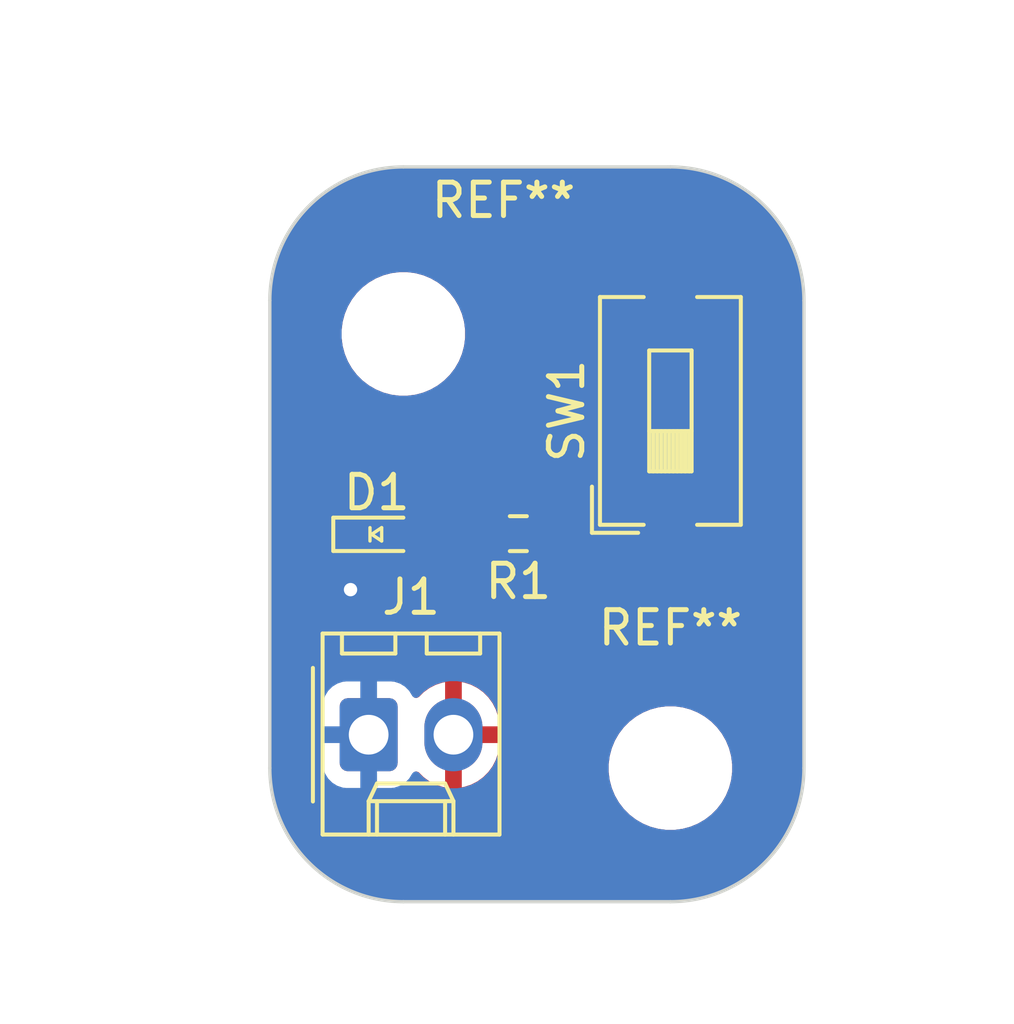
<source format=kicad_pcb>
(kicad_pcb (version 20240108) (generator "pcbnew") (generator_version "8.0")
  (title_block (title "LED  Project") (date "2022-08-16") (rev "0.0") (company "Illini Solar Car") (comment 1 "Designed By: Aditi Ashwin"))
  (layers (0 "F.Cu" signal) (31 "B.Cu" signal) (34 "B.Paste" user) (35 "F.Paste" user) (36 "B.SilkS" user "B.Silkscreen") (37 "F.SilkS" user "F.Silkscreen") (38 "B.Mask" user) (39 "F.Mask" user) (44 "Edge.Cuts" user))
  (net 0 "")
  (net 1 "Net-(D1-A)")
  (net 2 "GND")
  (net 3 "Net-(R1-Pad1)")
  (net 4 "+3V3")
  (footprint "MountingHole:MountingHole_3.2mm_M3" (layer "F.Cu") (at 63 61)
    (property "Reference" "REF**" (at 3 -4 0) (layer "F.SilkS"))
    (property "Value" "MountingHole_3.2mm_M3" (hide yes))
    (pad "" np_thru_hole circle (at 0 0) (size 3.2 3.2) (drill 3.2) (layers "*.Cu" "*.Mask"))
  )
  (footprint "Button_Switch_SMD:SW_DIP_SPSTx01_Slide_6.7x4.1mm_W8.61mm_P2.54mm_LowProfile" (layer "F.Cu") (at 71 63.305 90)
    (property "Reference" "SW1" (at 0 -3.11 90) (layer "F.SilkS"))
    (property "Value" "SW_Push" (hide yes))
    (fp_line (start -3.65 -2.35) (end -2.267 -2.35) (stroke (width 0.12)) (layer "F.SilkS"))
    (fp_line (start -3.65 -2.35) (end -3.65 -0.967) (stroke (width 0.12)) (layer "F.SilkS"))
    (fp_line (start 3.41 -2.11) (end 3.41 -0.8) (stroke (width 0.12)) (layer "F.SilkS"))
    (fp_line (start -3.41 -2.11) (end 3.41 -2.11) (stroke (width 0.12)) (layer "F.SilkS"))
    (fp_line (start -3.41 -2.11) (end -3.41 -0.8) (stroke (width 0.12)) (layer "F.SilkS"))
    (fp_line (start 1.81 -0.635) (end -1.81 -0.635) (stroke (width 0.12)) (layer "F.SilkS"))
    (fp_line (start -0.603333 -0.635) (end -0.603333 0.635) (stroke (width 0.12)) (layer "F.SilkS"))
    (fp_line (start -1.81 -0.635) (end -1.81 0.635) (stroke (width 0.12)) (layer "F.SilkS"))
    (fp_line (start -1.81 -0.515) (end -0.603333 -0.515) (stroke (width 0.12)) (layer "F.SilkS"))
    (fp_line (start -1.81 -0.395) (end -0.603333 -0.395) (stroke (width 0.12)) (layer "F.SilkS"))
    (fp_line (start -1.81 -0.275) (end -0.603333 -0.275) (stroke (width 0.12)) (layer "F.SilkS"))
    (fp_line (start -1.81 -0.155) (end -0.603333 -0.155) (stroke (width 0.12)) (layer "F.SilkS"))
    (fp_line (start -1.81 -0.035) (end -0.603333 -0.035) (stroke (width 0.12)) (layer "F.SilkS"))
    (fp_line (start -1.81 0.085) (end -0.603333 0.085) (stroke (width 0.12)) (layer "F.SilkS"))
    (fp_line (start -1.81 0.205) (end -0.603333 0.205) (stroke (width 0.12)) (layer "F.SilkS"))
    (fp_line (start -1.81 0.325) (end -0.603333 0.325) (stroke (width 0.12)) (layer "F.SilkS"))
    (fp_line (start -1.81 0.445) (end -0.603333 0.445) (stroke (width 0.12)) (layer "F.SilkS"))
    (fp_line (start -1.81 0.565) (end -0.603333 0.565) (stroke (width 0.12)) (layer "F.SilkS"))
    (fp_line (start 1.81 0.635) (end 1.81 -0.635) (stroke (width 0.12)) (layer "F.SilkS"))
    (fp_line (start -1.81 0.635) (end 1.81 0.635) (stroke (width 0.12)) (layer "F.SilkS"))
    (fp_line (start 3.41 0.8) (end 3.41 2.11) (stroke (width 0.12)) (layer "F.SilkS"))
    (fp_line (start -3.41 0.8) (end -3.41 2.11) (stroke (width 0.12)) (layer "F.SilkS"))
    (fp_line (start -3.41 2.11) (end 3.41 2.11) (stroke (width 0.12)) (layer "F.SilkS"))
    (pad "1" smd rect (at -4.305 0 90) (size 2.44 1.12) (layers "F.Cu" "F.Paste" "F.Mask") (net 4 "+3V3"))
    (pad "2" smd rect (at 4.305 0 90) (size 2.44 1.12) (layers "F.Cu" "F.Paste" "F.Mask") (net 3 "Net-(R1-Pad1)"))
  )
  (footprint "Resistor_SMD:R_0603_1608Metric_Pad0.98x0.95mm_HandSolder" (layer "F.Cu") (at 66.4445 66.9798 180)
    (property "Reference" "R1" (at 0 -1.43 360) (layer "F.SilkS"))
    (property "Value" "105" (hide yes))
    (fp_line (start -0.254724 0.5225) (end 0.254724 0.5225) (stroke (width 0.12)) (layer "F.SilkS"))
    (fp_line (start -0.254724 -0.5225) (end 0.254724 -0.5225) (stroke (width 0.12)) (layer "F.SilkS"))
    (pad "1" smd roundrect (at -0.9125 0 180) (size 0.975 0.95) (layers "F.Cu" "F.Paste" "F.Mask") (net 3 "Net-(R1-Pad1)"))
    (pad "2" smd roundrect (at 0.9125 0 180) (size 0.975 0.95) (layers "F.Cu" "F.Paste" "F.Mask") (net 1 "Net-(D1-A)"))
  )
  (footprint "layout:LED_0603_Symbol_on_F.SilkS" (layer "F.Cu") (at 62.2 67)
    (property "Reference" "D1" (at 0 -1.25 0) (layer "F.SilkS"))
    (property "Value" "LED_RED" (hide yes))
    (fp_line (start -1.3 -0.5) (end -1.3 0.5) (stroke (width 0.12)) (layer "F.SilkS"))
    (fp_line (start -1.3 -0.5) (end 0.8 -0.5) (stroke (width 0.12)) (layer "F.SilkS"))
    (fp_line (start -1.3 0.5) (end 0.8 0.5) (stroke (width 0.12)) (layer "F.SilkS"))
    (fp_line (start -0.2 -0.2) (end -0.2 0.2) (stroke (width 0.1)) (layer "F.SilkS"))
    (fp_line (start -0.15 0) (end 0.15 -0.2) (stroke (width 0.1)) (layer "F.SilkS"))
    (fp_line (start 0.15 -0.2) (end 0.15 0.2) (stroke (width 0.1)) (layer "F.SilkS"))
    (fp_line (start 0.15 0.2) (end -0.15 0) (stroke (width 0.1)) (layer "F.SilkS"))
    (pad "1" smd rect (at -0.8 0 180) (size 0.8 0.8) (layers "F.Cu" "F.Paste" "F.Mask") (net 2 "GND"))
    (pad "2" smd rect (at 0.8 0 180) (size 0.8 0.8) (layers "F.Cu" "F.Paste" "F.Mask") (net 1 "Net-(D1-A)"))
  )
  (footprint "Connector_Molex:Molex_KK-254_AE-6410-02A_1x02_P2.54mm_Vertical" (layer "F.Cu") (at 61.96 73)
    (property "Reference" "J1" (at 1.27 -4.12 0) (layer "F.SilkS"))
    (property "Value" "Conn_01x02" (hide yes))
    (fp_line (start -1.67 -2) (end -1.67 2) (stroke (width 0.12)) (layer "F.SilkS"))
    (fp_line (start -1.38 -3.03) (end -1.38 2.99) (stroke (width 0.12)) (layer "F.SilkS"))
    (fp_line (start -1.38 2.99) (end 3.92 2.99) (stroke (width 0.12)) (layer "F.SilkS"))
    (fp_line (start -0.8 -3.03) (end -0.8 -2.43) (stroke (width 0.12)) (layer "F.SilkS"))
    (fp_line (start -0.8 -2.43) (end 0.8 -2.43) (stroke (width 0.12)) (layer "F.SilkS"))
    (fp_line (start 0 1.99) (end 0.25 1.46) (stroke (width 0.12)) (layer "F.SilkS"))
    (fp_line (start 0 1.99) (end 2.54 1.99) (stroke (width 0.12)) (layer "F.SilkS"))
    (fp_line (start 0 2.99) (end 0 1.99) (stroke (width 0.12)) (layer "F.SilkS"))
    (fp_line (start 0.25 1.46) (end 2.29 1.46) (stroke (width 0.12)) (layer "F.SilkS"))
    (fp_line (start 0.25 2.99) (end 0.25 1.99) (stroke (width 0.12)) (layer "F.SilkS"))
    (fp_line (start 0.8 -2.43) (end 0.8 -3.03) (stroke (width 0.12)) (layer "F.SilkS"))
    (fp_line (start 1.74 -3.03) (end 1.74 -2.43) (stroke (width 0.12)) (layer "F.SilkS"))
    (fp_line (start 1.74 -2.43) (end 3.34 -2.43) (stroke (width 0.12)) (layer "F.SilkS"))
    (fp_line (start 2.29 1.46) (end 2.54 1.99) (stroke (width 0.12)) (layer "F.SilkS"))
    (fp_line (start 2.29 2.99) (end 2.29 1.99) (stroke (width 0.12)) (layer "F.SilkS"))
    (fp_line (start 2.54 1.99) (end 2.54 2.99) (stroke (width 0.12)) (layer "F.SilkS"))
    (fp_line (start 3.34 -2.43) (end 3.34 -3.03) (stroke (width 0.12)) (layer "F.SilkS"))
    (fp_line (start 3.92 -3.03) (end -1.38 -3.03) (stroke (width 0.12)) (layer "F.SilkS"))
    (fp_line (start 3.92 2.99) (end 3.92 -3.03) (stroke (width 0.12)) (layer "F.SilkS"))
    (pad "1" thru_hole roundrect (at 0 0) (size 1.74 2.19) (drill 1.19) (layers "*.Cu" "*.Mask") (roundrect_rratio 0.143678) (net 2 "GND"))
    (pad "2" thru_hole oval (at 2.54 0) (size 1.74 2.19) (drill 1.19) (layers "*.Cu" "*.Mask") (net 4 "+3V3"))
  )
  (footprint "MountingHole:MountingHole_3.2mm_M3" (layer "F.Cu") (at 71 74)
    (property "Reference" "REF**" (at 0 -4.2 0) (layer "F.SilkS"))
    (property "Value" "MountingHole_3.2mm_M3" (hide yes))
    (pad "" np_thru_hole circle (at 0 0) (size 3.2 3.2) (drill 3.2) (layers "*.Cu" "*.Mask"))
  )
  (gr_line (start 75 60) (end 75 74) (stroke (width 0.1)) (layer "Edge.Cuts"))
  (gr_arc (start 75 74) (mid 73.828427 76.828427) (end 71 78) (stroke (width 0.1)) (layer "Edge.Cuts"))
  (gr_line (start 59 60) (end 59 74) (stroke (width 0.1)) (layer "Edge.Cuts"))
  (gr_arc (start 71 56) (mid 73.828427 57.171573) (end 75 60) (stroke (width 0.1)) (layer "Edge.Cuts"))
  (gr_line (start 63 56) (end 71 56) (stroke (width 0.1)) (layer "Edge.Cuts"))
  (gr_line (start 63 78) (end 71 78) (stroke (width 0.1)) (layer "Edge.Cuts"))
  (gr_arc (start 59 60) (mid 60.171573 57.171573) (end 63 56) (stroke (width 0.1)) (layer "Edge.Cuts"))
  (gr_arc (start 63 78) (mid 60.171573 76.828427) (end 59 74) (stroke (width 0.1)) (layer "Edge.Cuts"))
  (segment (start 63 67) (end 65.5118 67) (width 0.25) (layer "F.Cu") (net 1))
  (segment (start 65.5118 67) (end 65.532 66.9798) (width 0.25) (layer "F.Cu") (net 1))
  (segment (start 61.4 68.639) (end 61.4172 68.6562) (width 0.25) (layer "F.Cu") (net 2))
  (segment (start 61.4 67) (end 61.4 68.639) (width 0.25) (layer "F.Cu") (net 2))
  (via (at 61.4172 68.6562) (size 0.8) (drill 0.4) (layers "F.Cu" "B.Cu") (net 2))
  (segment (start 71 59) (end 68.381 59) (width 0.25) (layer "F.Cu") (net 3))
  (segment (start 67.357 60.024) (end 67.357 66.9798) (width 0.25) (layer "F.Cu") (net 3))
  (segment (start 68.381 59) (end 67.357 60.024) (width 0.25) (layer "F.Cu") (net 3))
  (zone (net 4) (net_name "+3V3") (layer "F.Cu") (connect_pads (clearance 0.508)) (min_thickness 0.25) (fill yes (thermal_gap 0.5) (thermal_bridge_width 0.5))
    (polygon (pts (xy 59 56) (xy 75 56) (xy 75 78) (xy 59 78)))
  )
  (zone (net 2) (net_name "GND") (layer "B.Cu") (priority 1) (connect_pads (clearance 0.508)) (min_thickness 0.25) (fill yes (thermal_gap 0.5) (thermal_bridge_width 0.5))
    (polygon (pts (xy 59 56) (xy 75 56) (xy 75 78) (xy 59 78)))
  )
)
</source>
